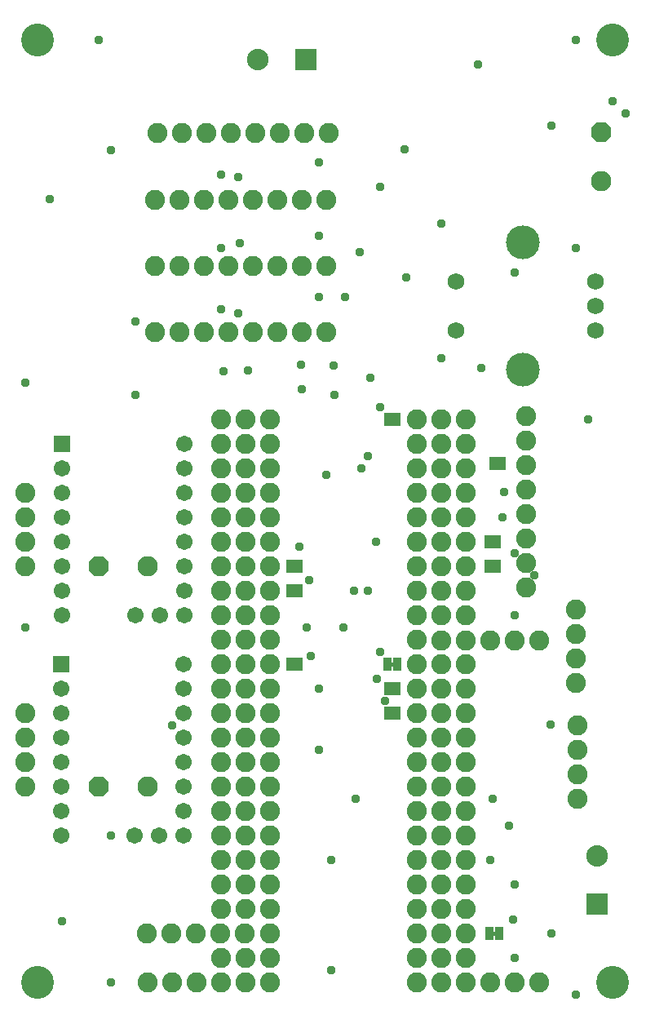
<source format=gbr>
G04 EAGLE Gerber RS-274X export*
G75*
%MOMM*%
%FSLAX34Y34*%
%LPD*%
%INSoldermask Bottom*%
%IPPOS*%
%AMOC8*
5,1,8,0,0,1.08239X$1,22.5*%
G01*
G04 Define Apertures*
%ADD10C,3.403600*%
%ADD11C,2.108200*%
%ADD12P,2.28189X8X202.5*%
%ADD13C,1.711200*%
%ADD14R,1.711200X1.711200*%
%ADD15C,2.082800*%
%ADD16R,2.235200X2.235200*%
%ADD17C,2.235200*%
%ADD18C,1.727200*%
%ADD19C,3.505200*%
%ADD20R,0.863600X1.473200*%
%ADD21R,0.838200X1.473200*%
%ADD22P,2.28189X8X112.5*%
%ADD23C,0.959600*%
G36*
X48260Y370205D02*
X53340Y370205D01*
X53340Y366395D01*
X48260Y366395D01*
X48260Y370205D01*
G37*
G36*
X158750Y86995D02*
X153670Y86995D01*
X153670Y90805D01*
X158750Y90805D01*
X158750Y86995D01*
G37*
D10*
X-317500Y38100D03*
X279400Y38100D03*
X-317500Y1016000D03*
X279400Y1016000D03*
D11*
X-203200Y469900D03*
D12*
X-254000Y469900D03*
D11*
X-203200Y241300D03*
D12*
X-254000Y241300D03*
D13*
X-165909Y368604D03*
X-165909Y343204D03*
X-165909Y317804D03*
X-165909Y292404D03*
X-165909Y267004D03*
X-165909Y241604D03*
X-165909Y216204D03*
X-165909Y190804D03*
D14*
X-292909Y368604D03*
D13*
X-292909Y343204D03*
X-292909Y317804D03*
X-292909Y292404D03*
X-292909Y267004D03*
X-292909Y241604D03*
X-292909Y216204D03*
X-292909Y190804D03*
X-191309Y190804D03*
X-216709Y190804D03*
X-165100Y596900D03*
X-165100Y571500D03*
X-165100Y546100D03*
X-165100Y520700D03*
X-165100Y495300D03*
X-165100Y469900D03*
X-165100Y444500D03*
X-165100Y419100D03*
D14*
X-292100Y596900D03*
D13*
X-292100Y571500D03*
X-292100Y546100D03*
X-292100Y520700D03*
X-292100Y495300D03*
X-292100Y469900D03*
X-292100Y444500D03*
X-292100Y419100D03*
X-190500Y419100D03*
X-215900Y419100D03*
D15*
X-127000Y622300D03*
X-101600Y622300D03*
X-127000Y596900D03*
X-101600Y596900D03*
X-127000Y571500D03*
X-101600Y571500D03*
X-127000Y546100D03*
X-101600Y546100D03*
X-127000Y520700D03*
X-101600Y520700D03*
X-127000Y495300D03*
X-101600Y495300D03*
X-127000Y469900D03*
X-101600Y469900D03*
X-127000Y444500D03*
X-101600Y444500D03*
X-127000Y419100D03*
X-101600Y419100D03*
X-127000Y393700D03*
X-101600Y393700D03*
X127000Y419100D03*
X101600Y419100D03*
X127000Y444500D03*
X101600Y444500D03*
X127000Y469900D03*
X101600Y469900D03*
X127000Y495300D03*
X101600Y495300D03*
X127000Y520700D03*
X101600Y520700D03*
X127000Y546100D03*
X101600Y546100D03*
X127000Y571500D03*
X101600Y571500D03*
X127000Y596900D03*
X101600Y596900D03*
X127000Y622300D03*
X101600Y622300D03*
X-203200Y38100D03*
X-177800Y38100D03*
X-152400Y38100D03*
X-127000Y38100D03*
X-101600Y38100D03*
D16*
X-39370Y995720D03*
D17*
X-89370Y995720D03*
D15*
X189811Y625818D03*
X189811Y600418D03*
X189811Y575018D03*
X189811Y549618D03*
X189811Y524218D03*
X189811Y498818D03*
X189811Y473418D03*
X189811Y448018D03*
X101600Y393192D03*
X127000Y393192D03*
X152400Y393192D03*
X177800Y393192D03*
X203200Y393192D03*
X101600Y38608D03*
X127000Y38608D03*
X152400Y38608D03*
X177800Y38608D03*
X203200Y38608D03*
D16*
X262890Y119380D03*
D17*
X262890Y169380D03*
D15*
X-203997Y88900D03*
X-178597Y88900D03*
X-153197Y88900D03*
X-127797Y88900D03*
X-102397Y88900D03*
X-330200Y317500D03*
X-330200Y292100D03*
X-330200Y266700D03*
X-330200Y241300D03*
X-330200Y546100D03*
X-330200Y520700D03*
X-330200Y495300D03*
X-330200Y469900D03*
X127000Y63500D03*
X127000Y88900D03*
X127000Y114300D03*
X127000Y139700D03*
X127000Y165100D03*
X127000Y190500D03*
X127000Y215900D03*
X127000Y241300D03*
X127000Y266700D03*
X127000Y292100D03*
X127000Y317500D03*
X127000Y342900D03*
X127000Y368300D03*
X101600Y368300D03*
X101600Y342900D03*
X101600Y317500D03*
X101600Y292100D03*
X101600Y266700D03*
X101600Y241300D03*
X101600Y215900D03*
X101600Y190500D03*
X101600Y165100D03*
X101600Y139700D03*
X101600Y114300D03*
X101600Y88900D03*
X101600Y63500D03*
X-127000Y368300D03*
X-101600Y368300D03*
X-127000Y342900D03*
X-101600Y342900D03*
X-127000Y317500D03*
X-101600Y317500D03*
X-127000Y292100D03*
X-101600Y292100D03*
X-127000Y266700D03*
X-101600Y266700D03*
X-127000Y241300D03*
X-101600Y241300D03*
X-127000Y215900D03*
X-101600Y215900D03*
X-127000Y190500D03*
X-101600Y190500D03*
X-127000Y165100D03*
X-101600Y165100D03*
X-127000Y139700D03*
X-101600Y139700D03*
D18*
X261420Y740692D03*
X116640Y766092D03*
D19*
X186490Y806732D03*
X186490Y674652D03*
D18*
X116640Y715292D03*
X261420Y766092D03*
X261420Y715292D03*
D15*
X-76200Y368300D03*
X-76200Y342900D03*
X-76200Y317500D03*
X-76200Y292100D03*
X-76200Y266700D03*
X-76200Y241300D03*
X-76200Y215900D03*
X-76200Y190500D03*
X-76200Y165100D03*
X-76200Y139700D03*
X-76200Y114300D03*
X-76200Y88900D03*
X-76200Y63500D03*
X-76200Y38100D03*
X76200Y368300D03*
X76200Y342900D03*
X76200Y317500D03*
X76200Y292100D03*
X76200Y266700D03*
X76200Y241300D03*
X76200Y215900D03*
X76200Y190500D03*
X76200Y165100D03*
X76200Y139700D03*
X76200Y114300D03*
X76200Y88900D03*
X76200Y63500D03*
X76200Y38100D03*
X76200Y419100D03*
X76200Y444500D03*
X76200Y469900D03*
X76200Y495300D03*
X76200Y520700D03*
X76200Y546100D03*
X76200Y571500D03*
X76200Y596900D03*
X76200Y622300D03*
X-76200Y622300D03*
X-76200Y596900D03*
X-76200Y571500D03*
X-76200Y546100D03*
X-76200Y520700D03*
X-76200Y495300D03*
X-76200Y469900D03*
X-76200Y444500D03*
X-76200Y419100D03*
X-76200Y393700D03*
X76200Y393700D03*
D20*
X56007Y368300D03*
X45593Y368300D03*
D21*
X46736Y343154D03*
X54864Y343154D03*
X-46736Y368300D03*
X-54864Y368300D03*
X-46736Y469900D03*
X-54864Y469900D03*
X46736Y317500D03*
X54864Y317500D03*
X-46736Y444500D03*
X-54864Y444500D03*
X46736Y622300D03*
X54864Y622300D03*
D15*
X-127000Y63500D03*
X-101600Y63500D03*
X-127000Y114300D03*
X-101600Y114300D03*
D20*
X151003Y88900D03*
X161417Y88900D03*
D21*
X159004Y469900D03*
X150876Y469900D03*
X159004Y495300D03*
X150876Y495300D03*
X164084Y576580D03*
X155956Y576580D03*
D11*
X267135Y869950D03*
D22*
X267135Y920750D03*
D15*
X242570Y228600D03*
X242570Y254000D03*
X242570Y279400D03*
X242570Y304800D03*
X241300Y349250D03*
X241300Y374650D03*
X241300Y400050D03*
X241300Y425450D03*
X-193548Y920112D03*
X-168148Y920112D03*
X-142748Y920112D03*
X-117348Y920112D03*
X-91948Y920112D03*
X-66548Y920112D03*
X-41148Y920112D03*
X-15748Y920112D03*
X-195580Y850442D03*
X-170180Y850442D03*
X-144780Y850442D03*
X-119380Y850442D03*
X-93980Y850442D03*
X-68580Y850442D03*
X-43180Y850442D03*
X-17780Y850442D03*
X-195580Y781518D03*
X-170180Y781518D03*
X-144780Y781518D03*
X-119380Y781518D03*
X-93980Y781518D03*
X-68580Y781518D03*
X-43180Y781518D03*
X-17780Y781518D03*
X-195580Y713102D03*
X-170180Y713102D03*
X-144780Y713102D03*
X-119380Y713102D03*
X-93980Y713102D03*
X-68580Y713102D03*
X-43180Y713102D03*
X-17780Y713102D03*
D23*
X-304800Y850900D03*
X-241300Y901700D03*
X-215900Y723900D03*
X177800Y774700D03*
X101600Y685800D03*
X-17780Y565150D03*
X-330200Y406400D03*
X-292100Y101600D03*
X-241300Y190500D03*
X12700Y228600D03*
X-12700Y165100D03*
X-25400Y279400D03*
X-25400Y342900D03*
X215900Y88900D03*
X241300Y25400D03*
X-12700Y50800D03*
X-215900Y647700D03*
X38100Y863600D03*
X-177800Y304800D03*
X-330200Y660400D03*
X-241300Y38100D03*
X-38100Y406400D03*
X254000Y622300D03*
X0Y406400D03*
X33349Y495300D03*
X241300Y800100D03*
X63500Y902970D03*
X293142Y939800D03*
X241300Y1016000D03*
X-254000Y1016000D03*
X215900Y927100D03*
X139700Y990600D03*
X279400Y952500D03*
X101600Y825500D03*
X177800Y63500D03*
X142989Y676389D03*
X18570Y571500D03*
X197906Y460718D03*
X177800Y419100D03*
X152400Y165100D03*
X177800Y139700D03*
X-127000Y736600D03*
X-127000Y800100D03*
X-127000Y876300D03*
X-109220Y873760D03*
X-107950Y805180D03*
X-109220Y732790D03*
X-25400Y889000D03*
X-25400Y812800D03*
X16510Y796290D03*
X1270Y749300D03*
X-25400Y749300D03*
X-44450Y679450D03*
X-10160Y678180D03*
X27940Y665480D03*
X64770Y769620D03*
X-124638Y672922D03*
X-9600Y647878D03*
X25400Y444500D03*
X25400Y584200D03*
X-34024Y376924D03*
X34290Y353060D03*
X38100Y381000D03*
X-99300Y673100D03*
X-45720Y490220D03*
X-42926Y654050D03*
X42648Y330200D03*
X10755Y444500D03*
X-35497Y455867D03*
X38100Y635000D03*
X171450Y200806D03*
X154940Y228600D03*
X215085Y305615D03*
X175959Y103442D03*
X177871Y483614D03*
X165100Y520700D03*
X166902Y547127D03*
M02*

</source>
